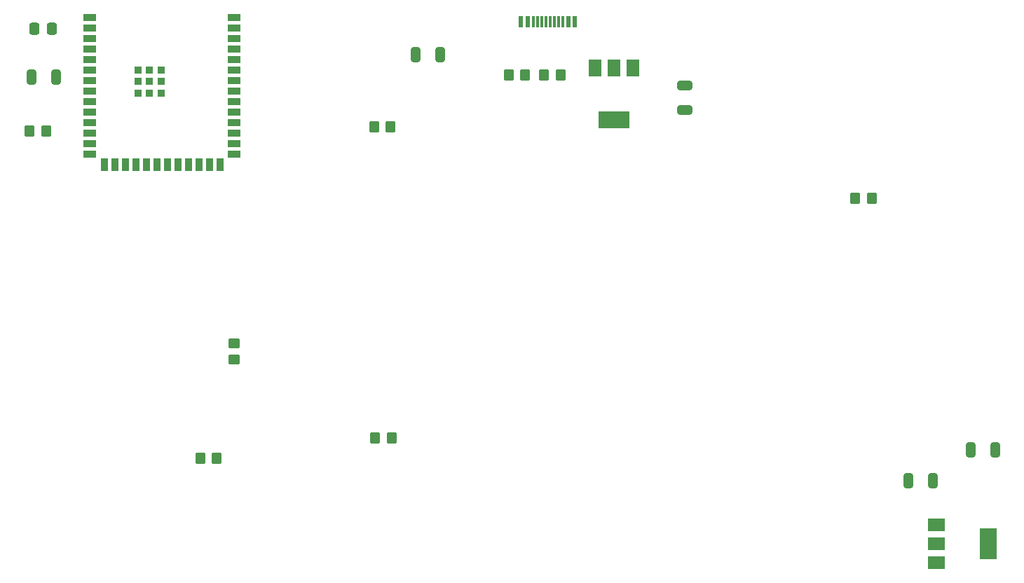
<source format=gbr>
%TF.GenerationSoftware,KiCad,Pcbnew,7.0.7*%
%TF.CreationDate,2023-11-05T16:04:25+01:00*%
%TF.ProjectId,FC_Wheel_PCB-2.0,46435f57-6865-4656-9c5f-5043422d322e,rev?*%
%TF.SameCoordinates,Original*%
%TF.FileFunction,Paste,Top*%
%TF.FilePolarity,Positive*%
%FSLAX46Y46*%
G04 Gerber Fmt 4.6, Leading zero omitted, Abs format (unit mm)*
G04 Created by KiCad (PCBNEW 7.0.7) date 2023-11-05 16:04:25*
%MOMM*%
%LPD*%
G01*
G04 APERTURE LIST*
G04 Aperture macros list*
%AMRoundRect*
0 Rectangle with rounded corners*
0 $1 Rounding radius*
0 $2 $3 $4 $5 $6 $7 $8 $9 X,Y pos of 4 corners*
0 Add a 4 corners polygon primitive as box body*
4,1,4,$2,$3,$4,$5,$6,$7,$8,$9,$2,$3,0*
0 Add four circle primitives for the rounded corners*
1,1,$1+$1,$2,$3*
1,1,$1+$1,$4,$5*
1,1,$1+$1,$6,$7*
1,1,$1+$1,$8,$9*
0 Add four rect primitives between the rounded corners*
20,1,$1+$1,$2,$3,$4,$5,0*
20,1,$1+$1,$4,$5,$6,$7,0*
20,1,$1+$1,$6,$7,$8,$9,0*
20,1,$1+$1,$8,$9,$2,$3,0*%
G04 Aperture macros list end*
%ADD10R,0.900000X0.900000*%
%ADD11R,1.500000X0.900000*%
%ADD12R,0.900000X1.500000*%
%ADD13RoundRect,0.250000X-0.325000X-0.650000X0.325000X-0.650000X0.325000X0.650000X-0.325000X0.650000X0*%
%ADD14RoundRect,0.250000X-0.350000X-0.450000X0.350000X-0.450000X0.350000X0.450000X-0.350000X0.450000X0*%
%ADD15R,0.600000X1.450000*%
%ADD16R,0.300000X1.450000*%
%ADD17RoundRect,0.250000X-0.650000X0.325000X-0.650000X-0.325000X0.650000X-0.325000X0.650000X0.325000X0*%
%ADD18R,1.500000X2.000000*%
%ADD19R,3.800000X2.000000*%
%ADD20RoundRect,0.250000X-0.337500X-0.475000X0.337500X-0.475000X0.337500X0.475000X-0.337500X0.475000X0*%
%ADD21R,2.000000X1.500000*%
%ADD22R,2.000000X3.800000*%
%ADD23RoundRect,0.250000X0.350000X0.450000X-0.350000X0.450000X-0.350000X-0.450000X0.350000X-0.450000X0*%
%ADD24RoundRect,0.250000X-0.450000X0.350000X-0.450000X-0.350000X0.450000X-0.350000X0.450000X0.350000X0*%
%ADD25RoundRect,0.250000X0.325000X0.650000X-0.325000X0.650000X-0.325000X-0.650000X0.325000X-0.650000X0*%
G04 APERTURE END LIST*
D10*
%TO.C,U2*%
X166364000Y-118488000D03*
X166364000Y-119888000D03*
X166364000Y-121288000D03*
X167764000Y-118488000D03*
X167764000Y-119888000D03*
X167764000Y-121288000D03*
X169164000Y-118488000D03*
X169164000Y-119888000D03*
X169164000Y-121288000D03*
D11*
X160514000Y-112168000D03*
X160514000Y-113438000D03*
X160514000Y-114708000D03*
X160514000Y-115978000D03*
X160514000Y-117248000D03*
X160514000Y-118518000D03*
X160514000Y-119788000D03*
X160514000Y-121058000D03*
X160514000Y-122328000D03*
X160514000Y-123598000D03*
X160514000Y-124868000D03*
X160514000Y-126138000D03*
X160514000Y-127408000D03*
X160514000Y-128678000D03*
D12*
X162279000Y-129928000D03*
X163549000Y-129928000D03*
X164819000Y-129928000D03*
X166089000Y-129928000D03*
X167359000Y-129928000D03*
X168629000Y-129928000D03*
X169899000Y-129928000D03*
X171169000Y-129928000D03*
X172439000Y-129928000D03*
X173709000Y-129928000D03*
X174979000Y-129928000D03*
X176249000Y-129928000D03*
D11*
X178014000Y-128678000D03*
X178014000Y-127408000D03*
X178014000Y-126138000D03*
X178014000Y-124868000D03*
X178014000Y-123598000D03*
X178014000Y-122328000D03*
X178014000Y-121058000D03*
X178014000Y-119788000D03*
X178014000Y-118518000D03*
X178014000Y-117248000D03*
X178014000Y-115978000D03*
X178014000Y-114708000D03*
X178014000Y-113438000D03*
X178014000Y-112168000D03*
%TD*%
D13*
%TO.C,C7*%
X259450000Y-168150000D03*
X262400000Y-168150000D03*
%TD*%
%TO.C,C2*%
X153514000Y-119380000D03*
X156464000Y-119380000D03*
%TD*%
D14*
%TO.C,R12*%
X211150000Y-119150000D03*
X213150000Y-119150000D03*
%TD*%
D15*
%TO.C,J1*%
X219150000Y-112695000D03*
X218350000Y-112695000D03*
D16*
X217150000Y-112695000D03*
X216150000Y-112695000D03*
X215650000Y-112695000D03*
X214650000Y-112695000D03*
D15*
X213450000Y-112695000D03*
X212650000Y-112695000D03*
X212650000Y-112695000D03*
X213450000Y-112695000D03*
D16*
X214150000Y-112695000D03*
X215150000Y-112695000D03*
X216650000Y-112695000D03*
X217650000Y-112695000D03*
D15*
X218350000Y-112695000D03*
X219150000Y-112695000D03*
%TD*%
D17*
%TO.C,C9*%
X232400000Y-120400000D03*
X232400000Y-123350000D03*
%TD*%
D14*
%TO.C,R1*%
X173900000Y-165400000D03*
X175900000Y-165400000D03*
%TD*%
%TO.C,R_bat1*%
X195000000Y-163000000D03*
X197000000Y-163000000D03*
%TD*%
D18*
%TO.C,U6*%
X226200000Y-118250000D03*
X223900000Y-118250000D03*
D19*
X223900000Y-124550000D03*
D18*
X221600000Y-118250000D03*
%TD*%
D14*
%TO.C,R9*%
X253000000Y-134000000D03*
X255000000Y-134000000D03*
%TD*%
D13*
%TO.C,C6*%
X266950000Y-164400000D03*
X269900000Y-164400000D03*
%TD*%
D20*
%TO.C,C8*%
X153881000Y-113538000D03*
X155956000Y-113538000D03*
%TD*%
D14*
%TO.C,R10*%
X153250000Y-125900000D03*
X155250000Y-125900000D03*
%TD*%
%TO.C,R_bat2*%
X194900000Y-125400000D03*
X196900000Y-125400000D03*
%TD*%
D21*
%TO.C,U7*%
X262788000Y-173468000D03*
X262788000Y-175768000D03*
D22*
X269088000Y-175768000D03*
D21*
X262788000Y-178068000D03*
%TD*%
D23*
%TO.C,R11*%
X217400000Y-119150000D03*
X215400000Y-119150000D03*
%TD*%
D24*
%TO.C,R2*%
X178000000Y-151500000D03*
X178000000Y-153500000D03*
%TD*%
D25*
%TO.C,C5*%
X202875000Y-116650000D03*
X199925000Y-116650000D03*
%TD*%
M02*

</source>
